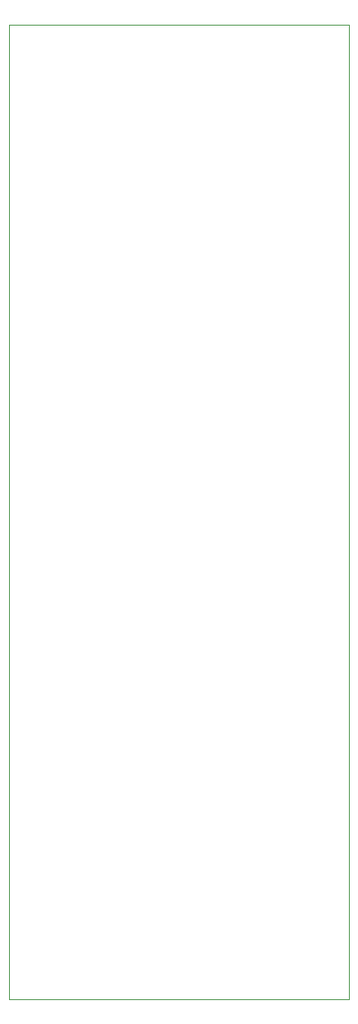
<source format=gbr>
%TF.GenerationSoftware,KiCad,Pcbnew,(6.0.5)*%
%TF.CreationDate,2022-08-02T11:06:52+05:30*%
%TF.ProjectId,ESP12 Smart Remote,45535031-3220-4536-9d61-72742052656d,rev?*%
%TF.SameCoordinates,Original*%
%TF.FileFunction,Profile,NP*%
%FSLAX46Y46*%
G04 Gerber Fmt 4.6, Leading zero omitted, Abs format (unit mm)*
G04 Created by KiCad (PCBNEW (6.0.5)) date 2022-08-02 11:06:52*
%MOMM*%
%LPD*%
G01*
G04 APERTURE LIST*
%TA.AperFunction,Profile*%
%ADD10C,0.100000*%
%TD*%
G04 APERTURE END LIST*
D10*
X137138000Y-140375000D02*
X172138000Y-140375000D01*
X172138000Y-140375000D02*
X172138000Y-40375000D01*
X137138000Y-40375000D02*
X137138000Y-140375000D01*
X137138000Y-40375000D02*
X172138000Y-40375000D01*
M02*

</source>
